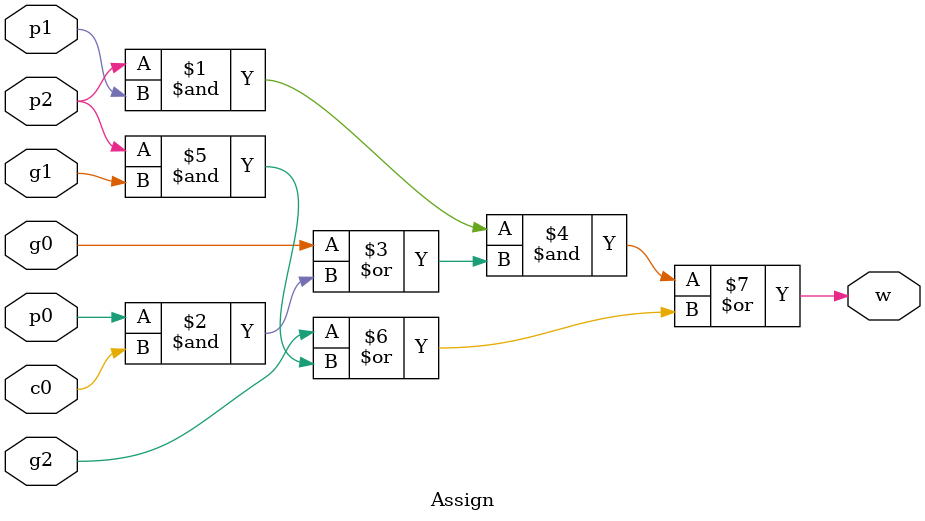
<source format=v>
module Assign(input p0,p1,p2,g0,g1,g2,c0,output w);
  assign #(38) w=((p2&p1)&(g0|(p0&c0))|(g2|(p2&g1)));
endmodule

</source>
